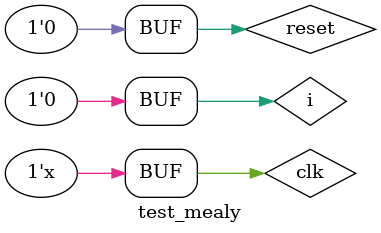
<source format=v>
module Sequential_100_Detector_moore(f,i,clk,reset);
	`timescale 1ns/1ps
	input i,clk,reset;
	output reg f;
	reg [2:1] pres_st,next_st;
	
	always @(posedge clk) // this block for trigger Register
		if(reset) pres_st <= 2'b00;
		else pres_st <= next_st;
	
	always @(pres_st or i) //this block for compute next state
		next_st = comp_next_state(pres_st,i);
	
	always @(pres_st) //this block for compute output
		if(pres_st==2'b11) f=1'b1; else f=1'b0;
		
	function [1:0] comp_next_state;
	input [1:0]  state;
	input i;
	if (state == 2'b0) comp_next_state= i? 2'b1 : 2'b0;
	else if (state == 2'b01) comp_next_state= i? 2'b1 : 2'b10;
	else if (state == 2'b10) comp_next_state= i? 2'b1 : 2'b11;
	else if (state == 2'b11) comp_next_state= i? 2'b1 : 2'b0;
endfunction

endmodule 

module Sequential_100_Detector_mealy(f,i,clk,reset);
   input i, clk,reset; 
   output reg f;
   reg[2:1] pres_st, next_st;
   always @(posedge clk) // this block for trigger Register
       if(reset) pres_st <= 2'b00;
       else pres_st <= next_st;

   always @ (pres_st or i) //this block for compute output
       if (pres_st == 2'b10 && i==1'b0) f = 1'b1;
       else f = 1'b0;
	always @(pres_st or i) //this block for compute output
	case (pres_st)
    2'b00 : next_st = i ? 2'b01 : 2'b00;
    2'b01 : next_st = i ? 2'b01 : 2'b10;
    2'b10 : next_st = i ? 2'b01 : 2'b00;
    default: next_st = 2'b00;
	endcase
endmodule


module test_moore;
	
	reg i,clk,reset;
	wire f;
	Sequential_100_Detector_moore ins(f,i,clk,reset);
	always
	begin
	#50 clk = ~clk;
	end
	
	initial 
	begin
		clk = 1'b0;
		reset = 1'b1;
		#60 reset =1'b0;
	end
		
	initial 
		begin
			#120 i=1'b1;
			#40 i=1'b0;
			#40 i=1'b0;
			#40 i=1'b0;
			#40 i=1'b0;
		end
	initial 
		$monitor($time,"input : %b output : %b",i,f);
endmodule

module test_mealy;
	
	reg i,clk,reset;
	wire f;
	Sequential_100_Detector_mealy ins(f,i,clk,reset);
	always
	begin
	#50 clk = ~clk;
	end
	
	initial 
	begin
		clk = 1'b0;
		reset = 1'b1;
		#60 reset =1'b0;
	end
		
	initial 
		begin
			#120 i=1'b1;
			#40 i=1'b0;
			#40 i=1'b0;
			#40 i=1'b0;
			#40 i=1'b0;
		end
	initial 
		$monitor($time,"input : %b output : %b",i,f);
endmodule
			


</source>
